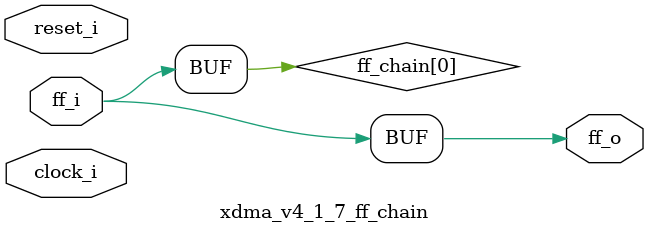
<source format=v>
/*****************************************************************************
** Description:
**    Flop Chain
**
******************************************************************************/

`timescale 1ps/1ps

`define AS_PHYREG(clk, reset, q, d, rstval)  \
   always @(posedge clk or posedge reset) begin \
      if (reset) \
         q  <= #(TCQ)   rstval;  \
      else  \
         q  <= #(TCQ)   d; \
   end

`define PHYREG(clk, reset, q, d, rstval)  \
   always @(posedge clk) begin \
      if (reset) \
         q  <= #(TCQ)   rstval;  \
      else  \
         q  <= #(TCQ)   d; \
   end

(* DowngradeIPIdentifiedWarnings = "yes" *)
module xdma_v4_1_7_ff_chain #(
   // Parameters
   parameter integer PIPELINE_STAGES   = 0,        // 0 = no pipeline; 1 = 1 stage; 2 = 2 stages; 3 = 3 stages
   parameter         ASYNC             = "FALSE",
   parameter integer FF_WIDTH          = 1,
   parameter integer RST_VAL           = 0,
   parameter integer TCQ               = 1
)  (   
   input  wire                         clock_i,          
   input  wire                         reset_i,           
   input  wire [FF_WIDTH-1:0]          ff_i,            
   output wire [FF_WIDTH-1:0]          ff_o        
   );

   genvar   var_i;

   reg   [FF_WIDTH-1:0]          ff_chain [PIPELINE_STAGES:0];

   always @(*) ff_chain[0] = ff_i;

generate
   if (PIPELINE_STAGES > 0) begin:  with_ff_chain
      for (var_i = 0; var_i < PIPELINE_STAGES; var_i = var_i + 1) begin: ff_chain_gen
         if (ASYNC == "TRUE") begin: async_rst
            `AS_PHYREG(clock_i, reset_i, ff_chain[var_i+1], ff_chain[var_i], RST_VAL)
         end else begin: sync_rst
            `PHYREG(clock_i, reset_i, ff_chain[var_i+1], ff_chain[var_i], RST_VAL)
         end
      end
   end
endgenerate

   assign ff_o = ff_chain[PIPELINE_STAGES];

endmodule

</source>
